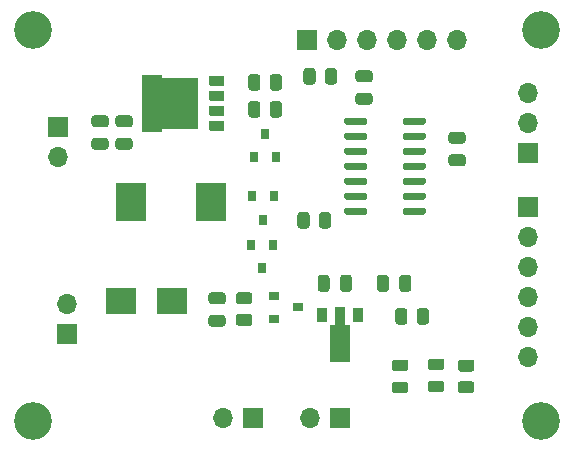
<source format=gts>
G04 #@! TF.GenerationSoftware,KiCad,Pcbnew,5.1.9+dfsg1-1*
G04 #@! TF.CreationDate,2022-01-28T20:29:42-05:00*
G04 #@! TF.ProjectId,simplePWM,73696d70-6c65-4505-974d-2e6b69636164,rev?*
G04 #@! TF.SameCoordinates,Original*
G04 #@! TF.FileFunction,Soldermask,Top*
G04 #@! TF.FilePolarity,Negative*
%FSLAX46Y46*%
G04 Gerber Fmt 4.6, Leading zero omitted, Abs format (unit mm)*
G04 Created by KiCad (PCBNEW 5.1.9+dfsg1-1) date 2022-01-28 20:29:42*
%MOMM*%
%LPD*%
G01*
G04 APERTURE LIST*
%ADD10C,3.200000*%
%ADD11O,1.700000X1.700000*%
%ADD12R,1.700000X1.700000*%
%ADD13R,0.800000X0.900000*%
%ADD14C,0.100000*%
%ADD15R,0.900000X1.300000*%
%ADD16R,0.900000X0.800000*%
%ADD17R,2.500000X2.300000*%
%ADD18R,2.500000X3.300000*%
G04 APERTURE END LIST*
D10*
X166878000Y-80391000D03*
X123825000Y-113538000D03*
D11*
X126746000Y-103632000D03*
D12*
X126746000Y-106172000D03*
D10*
X166878000Y-113538000D03*
X123825000Y-80391000D03*
D13*
X143256000Y-100568000D03*
X142306000Y-98568000D03*
X144206000Y-98568000D03*
X143510000Y-89170000D03*
X144460000Y-91170000D03*
X142560000Y-91170000D03*
D14*
G36*
X148993500Y-108472000D02*
G01*
X148993500Y-105347000D01*
X149410000Y-105347000D01*
X149410000Y-103872000D01*
X150310000Y-103872000D01*
X150310000Y-105347000D01*
X150726500Y-105347000D01*
X150726500Y-108472000D01*
X148993500Y-108472000D01*
G37*
D15*
X148360000Y-104522000D03*
X151360000Y-104522000D03*
G36*
G01*
X155170000Y-88288000D02*
X155170000Y-87988000D01*
G75*
G02*
X155320000Y-87838000I150000J0D01*
G01*
X156970000Y-87838000D01*
G75*
G02*
X157120000Y-87988000I0J-150000D01*
G01*
X157120000Y-88288000D01*
G75*
G02*
X156970000Y-88438000I-150000J0D01*
G01*
X155320000Y-88438000D01*
G75*
G02*
X155170000Y-88288000I0J150000D01*
G01*
G37*
G36*
G01*
X155170000Y-89558000D02*
X155170000Y-89258000D01*
G75*
G02*
X155320000Y-89108000I150000J0D01*
G01*
X156970000Y-89108000D01*
G75*
G02*
X157120000Y-89258000I0J-150000D01*
G01*
X157120000Y-89558000D01*
G75*
G02*
X156970000Y-89708000I-150000J0D01*
G01*
X155320000Y-89708000D01*
G75*
G02*
X155170000Y-89558000I0J150000D01*
G01*
G37*
G36*
G01*
X155170000Y-90828000D02*
X155170000Y-90528000D01*
G75*
G02*
X155320000Y-90378000I150000J0D01*
G01*
X156970000Y-90378000D01*
G75*
G02*
X157120000Y-90528000I0J-150000D01*
G01*
X157120000Y-90828000D01*
G75*
G02*
X156970000Y-90978000I-150000J0D01*
G01*
X155320000Y-90978000D01*
G75*
G02*
X155170000Y-90828000I0J150000D01*
G01*
G37*
G36*
G01*
X155170000Y-92098000D02*
X155170000Y-91798000D01*
G75*
G02*
X155320000Y-91648000I150000J0D01*
G01*
X156970000Y-91648000D01*
G75*
G02*
X157120000Y-91798000I0J-150000D01*
G01*
X157120000Y-92098000D01*
G75*
G02*
X156970000Y-92248000I-150000J0D01*
G01*
X155320000Y-92248000D01*
G75*
G02*
X155170000Y-92098000I0J150000D01*
G01*
G37*
G36*
G01*
X155170000Y-93368000D02*
X155170000Y-93068000D01*
G75*
G02*
X155320000Y-92918000I150000J0D01*
G01*
X156970000Y-92918000D01*
G75*
G02*
X157120000Y-93068000I0J-150000D01*
G01*
X157120000Y-93368000D01*
G75*
G02*
X156970000Y-93518000I-150000J0D01*
G01*
X155320000Y-93518000D01*
G75*
G02*
X155170000Y-93368000I0J150000D01*
G01*
G37*
G36*
G01*
X155170000Y-94638000D02*
X155170000Y-94338000D01*
G75*
G02*
X155320000Y-94188000I150000J0D01*
G01*
X156970000Y-94188000D01*
G75*
G02*
X157120000Y-94338000I0J-150000D01*
G01*
X157120000Y-94638000D01*
G75*
G02*
X156970000Y-94788000I-150000J0D01*
G01*
X155320000Y-94788000D01*
G75*
G02*
X155170000Y-94638000I0J150000D01*
G01*
G37*
G36*
G01*
X155170000Y-95908000D02*
X155170000Y-95608000D01*
G75*
G02*
X155320000Y-95458000I150000J0D01*
G01*
X156970000Y-95458000D01*
G75*
G02*
X157120000Y-95608000I0J-150000D01*
G01*
X157120000Y-95908000D01*
G75*
G02*
X156970000Y-96058000I-150000J0D01*
G01*
X155320000Y-96058000D01*
G75*
G02*
X155170000Y-95908000I0J150000D01*
G01*
G37*
G36*
G01*
X150220000Y-95908000D02*
X150220000Y-95608000D01*
G75*
G02*
X150370000Y-95458000I150000J0D01*
G01*
X152020000Y-95458000D01*
G75*
G02*
X152170000Y-95608000I0J-150000D01*
G01*
X152170000Y-95908000D01*
G75*
G02*
X152020000Y-96058000I-150000J0D01*
G01*
X150370000Y-96058000D01*
G75*
G02*
X150220000Y-95908000I0J150000D01*
G01*
G37*
G36*
G01*
X150220000Y-94638000D02*
X150220000Y-94338000D01*
G75*
G02*
X150370000Y-94188000I150000J0D01*
G01*
X152020000Y-94188000D01*
G75*
G02*
X152170000Y-94338000I0J-150000D01*
G01*
X152170000Y-94638000D01*
G75*
G02*
X152020000Y-94788000I-150000J0D01*
G01*
X150370000Y-94788000D01*
G75*
G02*
X150220000Y-94638000I0J150000D01*
G01*
G37*
G36*
G01*
X150220000Y-93368000D02*
X150220000Y-93068000D01*
G75*
G02*
X150370000Y-92918000I150000J0D01*
G01*
X152020000Y-92918000D01*
G75*
G02*
X152170000Y-93068000I0J-150000D01*
G01*
X152170000Y-93368000D01*
G75*
G02*
X152020000Y-93518000I-150000J0D01*
G01*
X150370000Y-93518000D01*
G75*
G02*
X150220000Y-93368000I0J150000D01*
G01*
G37*
G36*
G01*
X150220000Y-92098000D02*
X150220000Y-91798000D01*
G75*
G02*
X150370000Y-91648000I150000J0D01*
G01*
X152020000Y-91648000D01*
G75*
G02*
X152170000Y-91798000I0J-150000D01*
G01*
X152170000Y-92098000D01*
G75*
G02*
X152020000Y-92248000I-150000J0D01*
G01*
X150370000Y-92248000D01*
G75*
G02*
X150220000Y-92098000I0J150000D01*
G01*
G37*
G36*
G01*
X150220000Y-90828000D02*
X150220000Y-90528000D01*
G75*
G02*
X150370000Y-90378000I150000J0D01*
G01*
X152020000Y-90378000D01*
G75*
G02*
X152170000Y-90528000I0J-150000D01*
G01*
X152170000Y-90828000D01*
G75*
G02*
X152020000Y-90978000I-150000J0D01*
G01*
X150370000Y-90978000D01*
G75*
G02*
X150220000Y-90828000I0J150000D01*
G01*
G37*
G36*
G01*
X150220000Y-89558000D02*
X150220000Y-89258000D01*
G75*
G02*
X150370000Y-89108000I150000J0D01*
G01*
X152020000Y-89108000D01*
G75*
G02*
X152170000Y-89258000I0J-150000D01*
G01*
X152170000Y-89558000D01*
G75*
G02*
X152020000Y-89708000I-150000J0D01*
G01*
X150370000Y-89708000D01*
G75*
G02*
X150220000Y-89558000I0J150000D01*
G01*
G37*
G36*
G01*
X150220000Y-88288000D02*
X150220000Y-87988000D01*
G75*
G02*
X150370000Y-87838000I150000J0D01*
G01*
X152020000Y-87838000D01*
G75*
G02*
X152170000Y-87988000I0J-150000D01*
G01*
X152170000Y-88288000D01*
G75*
G02*
X152020000Y-88438000I-150000J0D01*
G01*
X150370000Y-88438000D01*
G75*
G02*
X150220000Y-88288000I0J150000D01*
G01*
G37*
G36*
G01*
X147277500Y-96069999D02*
X147277500Y-96970001D01*
G75*
G02*
X147027501Y-97220000I-249999J0D01*
G01*
X146502499Y-97220000D01*
G75*
G02*
X146252500Y-96970001I0J249999D01*
G01*
X146252500Y-96069999D01*
G75*
G02*
X146502499Y-95820000I249999J0D01*
G01*
X147027501Y-95820000D01*
G75*
G02*
X147277500Y-96069999I0J-249999D01*
G01*
G37*
G36*
G01*
X149102500Y-96069999D02*
X149102500Y-96970001D01*
G75*
G02*
X148852501Y-97220000I-249999J0D01*
G01*
X148327499Y-97220000D01*
G75*
G02*
X148077500Y-96970001I0J249999D01*
G01*
X148077500Y-96069999D01*
G75*
G02*
X148327499Y-95820000I249999J0D01*
G01*
X148852501Y-95820000D01*
G75*
G02*
X149102500Y-96069999I0J-249999D01*
G01*
G37*
G36*
G01*
X156356000Y-105098001D02*
X156356000Y-104197999D01*
G75*
G02*
X156605999Y-103948000I249999J0D01*
G01*
X157131001Y-103948000D01*
G75*
G02*
X157381000Y-104197999I0J-249999D01*
G01*
X157381000Y-105098001D01*
G75*
G02*
X157131001Y-105348000I-249999J0D01*
G01*
X156605999Y-105348000D01*
G75*
G02*
X156356000Y-105098001I0J249999D01*
G01*
G37*
G36*
G01*
X154531000Y-105098001D02*
X154531000Y-104197999D01*
G75*
G02*
X154780999Y-103948000I249999J0D01*
G01*
X155306001Y-103948000D01*
G75*
G02*
X155556000Y-104197999I0J-249999D01*
G01*
X155556000Y-105098001D01*
G75*
G02*
X155306001Y-105348000I-249999J0D01*
G01*
X154780999Y-105348000D01*
G75*
G02*
X154531000Y-105098001I0J249999D01*
G01*
G37*
G36*
G01*
X142182001Y-103636500D02*
X141281999Y-103636500D01*
G75*
G02*
X141032000Y-103386501I0J249999D01*
G01*
X141032000Y-102861499D01*
G75*
G02*
X141281999Y-102611500I249999J0D01*
G01*
X142182001Y-102611500D01*
G75*
G02*
X142432000Y-102861499I0J-249999D01*
G01*
X142432000Y-103386501D01*
G75*
G02*
X142182001Y-103636500I-249999J0D01*
G01*
G37*
G36*
G01*
X142182001Y-105461500D02*
X141281999Y-105461500D01*
G75*
G02*
X141032000Y-105211501I0J249999D01*
G01*
X141032000Y-104686499D01*
G75*
G02*
X141281999Y-104436500I249999J0D01*
G01*
X142182001Y-104436500D01*
G75*
G02*
X142432000Y-104686499I0J-249999D01*
G01*
X142432000Y-105211501D01*
G75*
G02*
X142182001Y-105461500I-249999J0D01*
G01*
G37*
G36*
G01*
X160978001Y-109328000D02*
X160077999Y-109328000D01*
G75*
G02*
X159828000Y-109078001I0J249999D01*
G01*
X159828000Y-108552999D01*
G75*
G02*
X160077999Y-108303000I249999J0D01*
G01*
X160978001Y-108303000D01*
G75*
G02*
X161228000Y-108552999I0J-249999D01*
G01*
X161228000Y-109078001D01*
G75*
G02*
X160978001Y-109328000I-249999J0D01*
G01*
G37*
G36*
G01*
X160978001Y-111153000D02*
X160077999Y-111153000D01*
G75*
G02*
X159828000Y-110903001I0J249999D01*
G01*
X159828000Y-110377999D01*
G75*
G02*
X160077999Y-110128000I249999J0D01*
G01*
X160978001Y-110128000D01*
G75*
G02*
X161228000Y-110377999I0J-249999D01*
G01*
X161228000Y-110903001D01*
G75*
G02*
X160978001Y-111153000I-249999J0D01*
G01*
G37*
G36*
G01*
X143910000Y-87572001D02*
X143910000Y-86671999D01*
G75*
G02*
X144159999Y-86422000I249999J0D01*
G01*
X144685001Y-86422000D01*
G75*
G02*
X144935000Y-86671999I0J-249999D01*
G01*
X144935000Y-87572001D01*
G75*
G02*
X144685001Y-87822000I-249999J0D01*
G01*
X144159999Y-87822000D01*
G75*
G02*
X143910000Y-87572001I0J249999D01*
G01*
G37*
G36*
G01*
X142085000Y-87572001D02*
X142085000Y-86671999D01*
G75*
G02*
X142334999Y-86422000I249999J0D01*
G01*
X142860001Y-86422000D01*
G75*
G02*
X143110000Y-86671999I0J-249999D01*
G01*
X143110000Y-87572001D01*
G75*
G02*
X142860001Y-87822000I-249999J0D01*
G01*
X142334999Y-87822000D01*
G75*
G02*
X142085000Y-87572001I0J249999D01*
G01*
G37*
G36*
G01*
X143110000Y-84385999D02*
X143110000Y-85286001D01*
G75*
G02*
X142860001Y-85536000I-249999J0D01*
G01*
X142334999Y-85536000D01*
G75*
G02*
X142085000Y-85286001I0J249999D01*
G01*
X142085000Y-84385999D01*
G75*
G02*
X142334999Y-84136000I249999J0D01*
G01*
X142860001Y-84136000D01*
G75*
G02*
X143110000Y-84385999I0J-249999D01*
G01*
G37*
G36*
G01*
X144935000Y-84385999D02*
X144935000Y-85286001D01*
G75*
G02*
X144685001Y-85536000I-249999J0D01*
G01*
X144159999Y-85536000D01*
G75*
G02*
X143910000Y-85286001I0J249999D01*
G01*
X143910000Y-84385999D01*
G75*
G02*
X144159999Y-84136000I249999J0D01*
G01*
X144685001Y-84136000D01*
G75*
G02*
X144935000Y-84385999I0J-249999D01*
G01*
G37*
G36*
G01*
X147785500Y-83877999D02*
X147785500Y-84778001D01*
G75*
G02*
X147535501Y-85028000I-249999J0D01*
G01*
X147010499Y-85028000D01*
G75*
G02*
X146760500Y-84778001I0J249999D01*
G01*
X146760500Y-83877999D01*
G75*
G02*
X147010499Y-83628000I249999J0D01*
G01*
X147535501Y-83628000D01*
G75*
G02*
X147785500Y-83877999I0J-249999D01*
G01*
G37*
G36*
G01*
X149610500Y-83877999D02*
X149610500Y-84778001D01*
G75*
G02*
X149360501Y-85028000I-249999J0D01*
G01*
X148835499Y-85028000D01*
G75*
G02*
X148585500Y-84778001I0J249999D01*
G01*
X148585500Y-83877999D01*
G75*
G02*
X148835499Y-83628000I249999J0D01*
G01*
X149360501Y-83628000D01*
G75*
G02*
X149610500Y-83877999I0J-249999D01*
G01*
G37*
D13*
X143322000Y-96488000D03*
X142372000Y-94488000D03*
X144272000Y-94488000D03*
D16*
X146288000Y-103886000D03*
X144288000Y-104836000D03*
X144288000Y-102936000D03*
D14*
G36*
X133155344Y-89032655D02*
G01*
X133142212Y-89028672D01*
X133130110Y-89022203D01*
X133119503Y-89013497D01*
X133110797Y-89002890D01*
X133104328Y-88990788D01*
X133100345Y-88977656D01*
X133099000Y-88964000D01*
X133099000Y-84264000D01*
X133100345Y-84250344D01*
X133104328Y-84237212D01*
X133110797Y-84225110D01*
X133119503Y-84214503D01*
X133130110Y-84205797D01*
X133142212Y-84199328D01*
X133155344Y-84195345D01*
X133169000Y-84194000D01*
X134719000Y-84194000D01*
X134732656Y-84195345D01*
X134745788Y-84199328D01*
X134757890Y-84205797D01*
X134768497Y-84214503D01*
X134777203Y-84225110D01*
X134783672Y-84237212D01*
X134787655Y-84250344D01*
X134789000Y-84264000D01*
X134789000Y-84444000D01*
X137794000Y-84444000D01*
X137807656Y-84445345D01*
X137820788Y-84449328D01*
X137832890Y-84455797D01*
X137843497Y-84464503D01*
X137852203Y-84475110D01*
X137858672Y-84487212D01*
X137862655Y-84500344D01*
X137864000Y-84514000D01*
X137864000Y-88714000D01*
X137862655Y-88727656D01*
X137858672Y-88740788D01*
X137852203Y-88752890D01*
X137843497Y-88763497D01*
X137832890Y-88772203D01*
X137820788Y-88778672D01*
X137807656Y-88782655D01*
X137794000Y-88784000D01*
X134789000Y-88784000D01*
X134789000Y-88964000D01*
X134787655Y-88977656D01*
X134783672Y-88990788D01*
X134777203Y-89002890D01*
X134768497Y-89013497D01*
X134757890Y-89022203D01*
X134745788Y-89028672D01*
X134732656Y-89032655D01*
X134719000Y-89034000D01*
X133169000Y-89034000D01*
X133155344Y-89032655D01*
G37*
G36*
G01*
X139989000Y-85124000D02*
X138839000Y-85124000D01*
G75*
G02*
X138769000Y-85054000I0J70000D01*
G01*
X138769000Y-84354000D01*
G75*
G02*
X138839000Y-84284000I70000J0D01*
G01*
X139989000Y-84284000D01*
G75*
G02*
X140059000Y-84354000I0J-70000D01*
G01*
X140059000Y-85054000D01*
G75*
G02*
X139989000Y-85124000I-70000J0D01*
G01*
G37*
G36*
G01*
X139989000Y-86394000D02*
X138839000Y-86394000D01*
G75*
G02*
X138769000Y-86324000I0J70000D01*
G01*
X138769000Y-85624000D01*
G75*
G02*
X138839000Y-85554000I70000J0D01*
G01*
X139989000Y-85554000D01*
G75*
G02*
X140059000Y-85624000I0J-70000D01*
G01*
X140059000Y-86324000D01*
G75*
G02*
X139989000Y-86394000I-70000J0D01*
G01*
G37*
G36*
G01*
X139989000Y-88944000D02*
X138839000Y-88944000D01*
G75*
G02*
X138769000Y-88874000I0J70000D01*
G01*
X138769000Y-88174000D01*
G75*
G02*
X138839000Y-88104000I70000J0D01*
G01*
X139989000Y-88104000D01*
G75*
G02*
X140059000Y-88174000I0J-70000D01*
G01*
X140059000Y-88874000D01*
G75*
G02*
X139989000Y-88944000I-70000J0D01*
G01*
G37*
G36*
G01*
X139989000Y-87674000D02*
X138839000Y-87674000D01*
G75*
G02*
X138769000Y-87604000I0J70000D01*
G01*
X138769000Y-86904000D01*
G75*
G02*
X138839000Y-86834000I70000J0D01*
G01*
X139989000Y-86834000D01*
G75*
G02*
X140059000Y-86904000I0J-70000D01*
G01*
X140059000Y-87604000D01*
G75*
G02*
X139989000Y-87674000I-70000J0D01*
G01*
G37*
D11*
X147320000Y-113284000D03*
D12*
X149860000Y-113284000D03*
D11*
X139954000Y-113284000D03*
D12*
X142494000Y-113284000D03*
D11*
X165735000Y-108077000D03*
X165735000Y-105537000D03*
X165735000Y-102997000D03*
X165735000Y-100457000D03*
X165735000Y-97917000D03*
D12*
X165735000Y-95377000D03*
D11*
X159766000Y-81280000D03*
X157226000Y-81280000D03*
X154686000Y-81280000D03*
X152146000Y-81280000D03*
X149606000Y-81280000D03*
D12*
X147066000Y-81280000D03*
D11*
X125984000Y-91186000D03*
D12*
X125984000Y-88646000D03*
D11*
X165735000Y-85725000D03*
X165735000Y-88265000D03*
D12*
X165735000Y-90805000D03*
G36*
G01*
X155396250Y-109278000D02*
X154483750Y-109278000D01*
G75*
G02*
X154240000Y-109034250I0J243750D01*
G01*
X154240000Y-108546750D01*
G75*
G02*
X154483750Y-108303000I243750J0D01*
G01*
X155396250Y-108303000D01*
G75*
G02*
X155640000Y-108546750I0J-243750D01*
G01*
X155640000Y-109034250D01*
G75*
G02*
X155396250Y-109278000I-243750J0D01*
G01*
G37*
G36*
G01*
X155396250Y-111153000D02*
X154483750Y-111153000D01*
G75*
G02*
X154240000Y-110909250I0J243750D01*
G01*
X154240000Y-110421750D01*
G75*
G02*
X154483750Y-110178000I243750J0D01*
G01*
X155396250Y-110178000D01*
G75*
G02*
X155640000Y-110421750I0J-243750D01*
G01*
X155640000Y-110909250D01*
G75*
G02*
X155396250Y-111153000I-243750J0D01*
G01*
G37*
D17*
X131318000Y-103378000D03*
X135618000Y-103378000D03*
G36*
G01*
X158444250Y-109199500D02*
X157531750Y-109199500D01*
G75*
G02*
X157288000Y-108955750I0J243750D01*
G01*
X157288000Y-108468250D01*
G75*
G02*
X157531750Y-108224500I243750J0D01*
G01*
X158444250Y-108224500D01*
G75*
G02*
X158688000Y-108468250I0J-243750D01*
G01*
X158688000Y-108955750D01*
G75*
G02*
X158444250Y-109199500I-243750J0D01*
G01*
G37*
G36*
G01*
X158444250Y-111074500D02*
X157531750Y-111074500D01*
G75*
G02*
X157288000Y-110830750I0J243750D01*
G01*
X157288000Y-110343250D01*
G75*
G02*
X157531750Y-110099500I243750J0D01*
G01*
X158444250Y-110099500D01*
G75*
G02*
X158688000Y-110343250I0J-243750D01*
G01*
X158688000Y-110830750D01*
G75*
G02*
X158444250Y-111074500I-243750J0D01*
G01*
G37*
D18*
X138938000Y-94996000D03*
X132138000Y-94996000D03*
G36*
G01*
X153982000Y-101379000D02*
X153982000Y-102329000D01*
G75*
G02*
X153732000Y-102579000I-250000J0D01*
G01*
X153232000Y-102579000D01*
G75*
G02*
X152982000Y-102329000I0J250000D01*
G01*
X152982000Y-101379000D01*
G75*
G02*
X153232000Y-101129000I250000J0D01*
G01*
X153732000Y-101129000D01*
G75*
G02*
X153982000Y-101379000I0J-250000D01*
G01*
G37*
G36*
G01*
X155882000Y-101379000D02*
X155882000Y-102329000D01*
G75*
G02*
X155632000Y-102579000I-250000J0D01*
G01*
X155132000Y-102579000D01*
G75*
G02*
X154882000Y-102329000I0J250000D01*
G01*
X154882000Y-101379000D01*
G75*
G02*
X155132000Y-101129000I250000J0D01*
G01*
X155632000Y-101129000D01*
G75*
G02*
X155882000Y-101379000I0J-250000D01*
G01*
G37*
G36*
G01*
X149868000Y-102329000D02*
X149868000Y-101379000D01*
G75*
G02*
X150118000Y-101129000I250000J0D01*
G01*
X150618000Y-101129000D01*
G75*
G02*
X150868000Y-101379000I0J-250000D01*
G01*
X150868000Y-102329000D01*
G75*
G02*
X150618000Y-102579000I-250000J0D01*
G01*
X150118000Y-102579000D01*
G75*
G02*
X149868000Y-102329000I0J250000D01*
G01*
G37*
G36*
G01*
X147968000Y-102329000D02*
X147968000Y-101379000D01*
G75*
G02*
X148218000Y-101129000I250000J0D01*
G01*
X148718000Y-101129000D01*
G75*
G02*
X148968000Y-101379000I0J-250000D01*
G01*
X148968000Y-102329000D01*
G75*
G02*
X148718000Y-102579000I-250000J0D01*
G01*
X148218000Y-102579000D01*
G75*
G02*
X147968000Y-102329000I0J250000D01*
G01*
G37*
G36*
G01*
X139921000Y-103624000D02*
X138971000Y-103624000D01*
G75*
G02*
X138721000Y-103374000I0J250000D01*
G01*
X138721000Y-102874000D01*
G75*
G02*
X138971000Y-102624000I250000J0D01*
G01*
X139921000Y-102624000D01*
G75*
G02*
X140171000Y-102874000I0J-250000D01*
G01*
X140171000Y-103374000D01*
G75*
G02*
X139921000Y-103624000I-250000J0D01*
G01*
G37*
G36*
G01*
X139921000Y-105524000D02*
X138971000Y-105524000D01*
G75*
G02*
X138721000Y-105274000I0J250000D01*
G01*
X138721000Y-104774000D01*
G75*
G02*
X138971000Y-104524000I250000J0D01*
G01*
X139921000Y-104524000D01*
G75*
G02*
X140171000Y-104774000I0J-250000D01*
G01*
X140171000Y-105274000D01*
G75*
G02*
X139921000Y-105524000I-250000J0D01*
G01*
G37*
G36*
G01*
X132047000Y-88638000D02*
X131097000Y-88638000D01*
G75*
G02*
X130847000Y-88388000I0J250000D01*
G01*
X130847000Y-87888000D01*
G75*
G02*
X131097000Y-87638000I250000J0D01*
G01*
X132047000Y-87638000D01*
G75*
G02*
X132297000Y-87888000I0J-250000D01*
G01*
X132297000Y-88388000D01*
G75*
G02*
X132047000Y-88638000I-250000J0D01*
G01*
G37*
G36*
G01*
X132047000Y-90538000D02*
X131097000Y-90538000D01*
G75*
G02*
X130847000Y-90288000I0J250000D01*
G01*
X130847000Y-89788000D01*
G75*
G02*
X131097000Y-89538000I250000J0D01*
G01*
X132047000Y-89538000D01*
G75*
G02*
X132297000Y-89788000I0J-250000D01*
G01*
X132297000Y-90288000D01*
G75*
G02*
X132047000Y-90538000I-250000J0D01*
G01*
G37*
G36*
G01*
X130015000Y-88638000D02*
X129065000Y-88638000D01*
G75*
G02*
X128815000Y-88388000I0J250000D01*
G01*
X128815000Y-87888000D01*
G75*
G02*
X129065000Y-87638000I250000J0D01*
G01*
X130015000Y-87638000D01*
G75*
G02*
X130265000Y-87888000I0J-250000D01*
G01*
X130265000Y-88388000D01*
G75*
G02*
X130015000Y-88638000I-250000J0D01*
G01*
G37*
G36*
G01*
X130015000Y-90538000D02*
X129065000Y-90538000D01*
G75*
G02*
X128815000Y-90288000I0J250000D01*
G01*
X128815000Y-89788000D01*
G75*
G02*
X129065000Y-89538000I250000J0D01*
G01*
X130015000Y-89538000D01*
G75*
G02*
X130265000Y-89788000I0J-250000D01*
G01*
X130265000Y-90288000D01*
G75*
G02*
X130015000Y-90538000I-250000J0D01*
G01*
G37*
G36*
G01*
X152367000Y-84828000D02*
X151417000Y-84828000D01*
G75*
G02*
X151167000Y-84578000I0J250000D01*
G01*
X151167000Y-84078000D01*
G75*
G02*
X151417000Y-83828000I250000J0D01*
G01*
X152367000Y-83828000D01*
G75*
G02*
X152617000Y-84078000I0J-250000D01*
G01*
X152617000Y-84578000D01*
G75*
G02*
X152367000Y-84828000I-250000J0D01*
G01*
G37*
G36*
G01*
X152367000Y-86728000D02*
X151417000Y-86728000D01*
G75*
G02*
X151167000Y-86478000I0J250000D01*
G01*
X151167000Y-85978000D01*
G75*
G02*
X151417000Y-85728000I250000J0D01*
G01*
X152367000Y-85728000D01*
G75*
G02*
X152617000Y-85978000I0J-250000D01*
G01*
X152617000Y-86478000D01*
G75*
G02*
X152367000Y-86728000I-250000J0D01*
G01*
G37*
G36*
G01*
X160241000Y-90040000D02*
X159291000Y-90040000D01*
G75*
G02*
X159041000Y-89790000I0J250000D01*
G01*
X159041000Y-89290000D01*
G75*
G02*
X159291000Y-89040000I250000J0D01*
G01*
X160241000Y-89040000D01*
G75*
G02*
X160491000Y-89290000I0J-250000D01*
G01*
X160491000Y-89790000D01*
G75*
G02*
X160241000Y-90040000I-250000J0D01*
G01*
G37*
G36*
G01*
X160241000Y-91940000D02*
X159291000Y-91940000D01*
G75*
G02*
X159041000Y-91690000I0J250000D01*
G01*
X159041000Y-91190000D01*
G75*
G02*
X159291000Y-90940000I250000J0D01*
G01*
X160241000Y-90940000D01*
G75*
G02*
X160491000Y-91190000I0J-250000D01*
G01*
X160491000Y-91690000D01*
G75*
G02*
X160241000Y-91940000I-250000J0D01*
G01*
G37*
M02*

</source>
